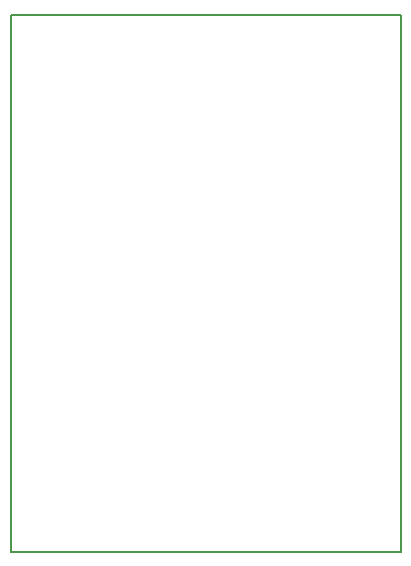
<source format=gbr>
G04 (created by PCBNEW (2012-nov-02)-testing) date Wed 16 Jan 2013 09:01:30 PM EST*
%MOIN*%
G04 Gerber Fmt 3.4, Leading zero omitted, Abs format*
%FSLAX34Y34*%
G01*
G70*
G90*
G04 APERTURE LIST*
%ADD10C,3.93701e-05*%
%ADD11C,0.00590551*%
G04 APERTURE END LIST*
G54D10*
G54D11*
X67000Y-33100D02*
X67000Y-51000D01*
X54000Y-33100D02*
X54000Y-51000D01*
X67000Y-51000D02*
X54000Y-51000D01*
X67000Y-33100D02*
X54000Y-33100D01*
M02*

</source>
